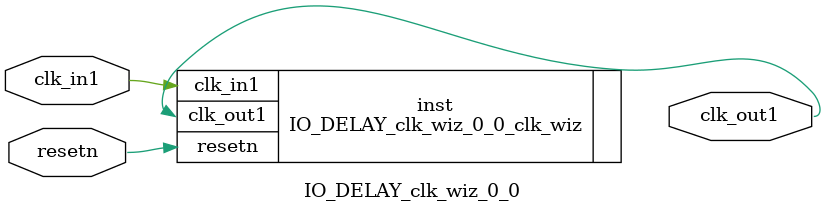
<source format=v>


`timescale 1ps/1ps

(* CORE_GENERATION_INFO = "IO_DELAY_clk_wiz_0_0,clk_wiz_v6_0_3_0_0,{component_name=IO_DELAY_clk_wiz_0_0,use_phase_alignment=true,use_min_o_jitter=false,use_max_i_jitter=false,use_dyn_phase_shift=false,use_inclk_switchover=false,use_dyn_reconfig=false,enable_axi=0,feedback_source=FDBK_AUTO,PRIMITIVE=MMCM,num_out_clk=1,clkin1_period=8.000,clkin2_period=10.000,use_power_down=false,use_reset=true,use_locked=false,use_inclk_stopped=false,feedback_type=SINGLE,CLOCK_MGR_TYPE=NA,manual_override=false}" *)

module IO_DELAY_clk_wiz_0_0 
 (
  // Clock out ports
  output        clk_out1,
  // Status and control signals
  input         resetn,
 // Clock in ports
  input         clk_in1
 );

  IO_DELAY_clk_wiz_0_0_clk_wiz inst
  (
  // Clock out ports  
  .clk_out1(clk_out1),
  // Status and control signals               
  .resetn(resetn), 
 // Clock in ports
  .clk_in1(clk_in1)
  );

endmodule

</source>
